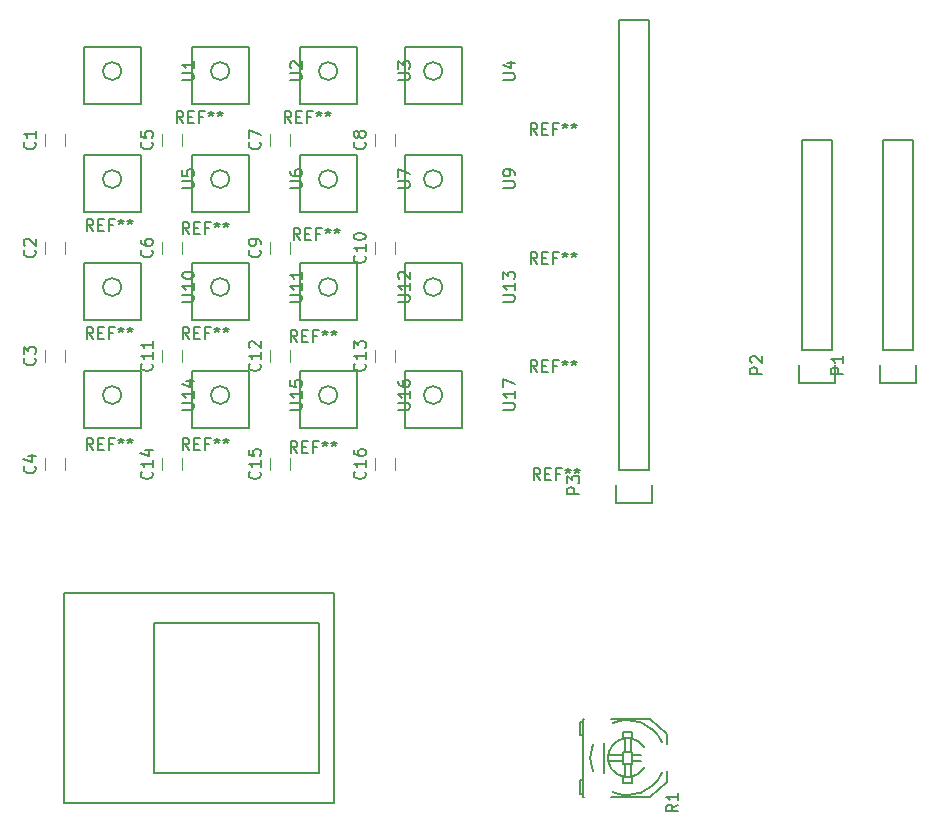
<source format=gbr>
G04 #@! TF.FileFunction,Legend,Top*
%FSLAX46Y46*%
G04 Gerber Fmt 4.6, Leading zero omitted, Abs format (unit mm)*
G04 Created by KiCad (PCBNEW 4.0.5-e0-6337~52~ubuntu16.10.1) date Thu Jan 26 22:16:01 2017*
%MOMM*%
%LPD*%
G01*
G04 APERTURE LIST*
%ADD10C,0.100000*%
%ADD11C,0.150000*%
%ADD12C,0.120000*%
G04 APERTURE END LIST*
D10*
D11*
X60960000Y-102108000D02*
X46990000Y-102108000D01*
X46990000Y-102108000D02*
X46990000Y-114808000D01*
X46990000Y-114808000D02*
X60960000Y-114808000D01*
X60960000Y-114808000D02*
X60960000Y-102108000D01*
X62230000Y-99568000D02*
X62230000Y-117348000D01*
X62230000Y-117348000D02*
X39370000Y-117348000D01*
X39370000Y-117348000D02*
X39370000Y-99568000D01*
X39370000Y-99568000D02*
X62230000Y-99568000D01*
X111252000Y-78994000D02*
X111252000Y-61214000D01*
X111252000Y-61214000D02*
X108712000Y-61214000D01*
X108712000Y-61214000D02*
X108712000Y-78994000D01*
X111532000Y-81814000D02*
X111532000Y-80264000D01*
X111252000Y-78994000D02*
X108712000Y-78994000D01*
X108432000Y-80264000D02*
X108432000Y-81814000D01*
X108432000Y-81814000D02*
X111532000Y-81814000D01*
X104394000Y-78994000D02*
X104394000Y-61214000D01*
X104394000Y-61214000D02*
X101854000Y-61214000D01*
X101854000Y-61214000D02*
X101854000Y-78994000D01*
X104674000Y-81814000D02*
X104674000Y-80264000D01*
X104394000Y-78994000D02*
X101854000Y-78994000D01*
X101574000Y-80264000D02*
X101574000Y-81814000D01*
X101574000Y-81814000D02*
X104674000Y-81814000D01*
X86360000Y-89154000D02*
X86360000Y-51054000D01*
X86360000Y-51054000D02*
X88900000Y-51054000D01*
X88900000Y-51054000D02*
X88900000Y-89154000D01*
X89180000Y-91974000D02*
X89180000Y-90424000D01*
X88900000Y-89154000D02*
X86360000Y-89154000D01*
X86080000Y-90424000D02*
X86080000Y-91974000D01*
X86080000Y-91974000D02*
X89180000Y-91974000D01*
X44196000Y-55372000D02*
G75*
G03X44196000Y-55372000I-762000J0D01*
G01*
X41021000Y-55753000D02*
X41021000Y-53340000D01*
X41021000Y-53340000D02*
X45847000Y-53340000D01*
X45847000Y-53340000D02*
X45847000Y-58166000D01*
X45847000Y-58166000D02*
X41021000Y-58166000D01*
X41021000Y-58166000D02*
X41021000Y-55753000D01*
X53340000Y-55372000D02*
G75*
G03X53340000Y-55372000I-762000J0D01*
G01*
X50165000Y-55753000D02*
X50165000Y-53340000D01*
X50165000Y-53340000D02*
X54991000Y-53340000D01*
X54991000Y-53340000D02*
X54991000Y-58166000D01*
X54991000Y-58166000D02*
X50165000Y-58166000D01*
X50165000Y-58166000D02*
X50165000Y-55753000D01*
X62484000Y-55372000D02*
G75*
G03X62484000Y-55372000I-762000J0D01*
G01*
X59309000Y-55753000D02*
X59309000Y-53340000D01*
X59309000Y-53340000D02*
X64135000Y-53340000D01*
X64135000Y-53340000D02*
X64135000Y-58166000D01*
X64135000Y-58166000D02*
X59309000Y-58166000D01*
X59309000Y-58166000D02*
X59309000Y-55753000D01*
X71374000Y-55372000D02*
G75*
G03X71374000Y-55372000I-762000J0D01*
G01*
X68199000Y-55753000D02*
X68199000Y-53340000D01*
X68199000Y-53340000D02*
X73025000Y-53340000D01*
X73025000Y-53340000D02*
X73025000Y-58166000D01*
X73025000Y-58166000D02*
X68199000Y-58166000D01*
X68199000Y-58166000D02*
X68199000Y-55753000D01*
X44196000Y-64516000D02*
G75*
G03X44196000Y-64516000I-762000J0D01*
G01*
X41021000Y-64897000D02*
X41021000Y-62484000D01*
X41021000Y-62484000D02*
X45847000Y-62484000D01*
X45847000Y-62484000D02*
X45847000Y-67310000D01*
X45847000Y-67310000D02*
X41021000Y-67310000D01*
X41021000Y-67310000D02*
X41021000Y-64897000D01*
X53340000Y-64516000D02*
G75*
G03X53340000Y-64516000I-762000J0D01*
G01*
X50165000Y-64897000D02*
X50165000Y-62484000D01*
X50165000Y-62484000D02*
X54991000Y-62484000D01*
X54991000Y-62484000D02*
X54991000Y-67310000D01*
X54991000Y-67310000D02*
X50165000Y-67310000D01*
X50165000Y-67310000D02*
X50165000Y-64897000D01*
X62484000Y-64516000D02*
G75*
G03X62484000Y-64516000I-762000J0D01*
G01*
X59309000Y-64897000D02*
X59309000Y-62484000D01*
X59309000Y-62484000D02*
X64135000Y-62484000D01*
X64135000Y-62484000D02*
X64135000Y-67310000D01*
X64135000Y-67310000D02*
X59309000Y-67310000D01*
X59309000Y-67310000D02*
X59309000Y-64897000D01*
X71374000Y-64516000D02*
G75*
G03X71374000Y-64516000I-762000J0D01*
G01*
X68199000Y-64897000D02*
X68199000Y-62484000D01*
X68199000Y-62484000D02*
X73025000Y-62484000D01*
X73025000Y-62484000D02*
X73025000Y-67310000D01*
X73025000Y-67310000D02*
X68199000Y-67310000D01*
X68199000Y-67310000D02*
X68199000Y-64897000D01*
X44196000Y-73660000D02*
G75*
G03X44196000Y-73660000I-762000J0D01*
G01*
X41021000Y-74041000D02*
X41021000Y-71628000D01*
X41021000Y-71628000D02*
X45847000Y-71628000D01*
X45847000Y-71628000D02*
X45847000Y-76454000D01*
X45847000Y-76454000D02*
X41021000Y-76454000D01*
X41021000Y-76454000D02*
X41021000Y-74041000D01*
X53340000Y-73660000D02*
G75*
G03X53340000Y-73660000I-762000J0D01*
G01*
X50165000Y-74041000D02*
X50165000Y-71628000D01*
X50165000Y-71628000D02*
X54991000Y-71628000D01*
X54991000Y-71628000D02*
X54991000Y-76454000D01*
X54991000Y-76454000D02*
X50165000Y-76454000D01*
X50165000Y-76454000D02*
X50165000Y-74041000D01*
X62484000Y-73660000D02*
G75*
G03X62484000Y-73660000I-762000J0D01*
G01*
X59309000Y-74041000D02*
X59309000Y-71628000D01*
X59309000Y-71628000D02*
X64135000Y-71628000D01*
X64135000Y-71628000D02*
X64135000Y-76454000D01*
X64135000Y-76454000D02*
X59309000Y-76454000D01*
X59309000Y-76454000D02*
X59309000Y-74041000D01*
X71374000Y-73660000D02*
G75*
G03X71374000Y-73660000I-762000J0D01*
G01*
X68199000Y-74041000D02*
X68199000Y-71628000D01*
X68199000Y-71628000D02*
X73025000Y-71628000D01*
X73025000Y-71628000D02*
X73025000Y-76454000D01*
X73025000Y-76454000D02*
X68199000Y-76454000D01*
X68199000Y-76454000D02*
X68199000Y-74041000D01*
X44196000Y-82804000D02*
G75*
G03X44196000Y-82804000I-762000J0D01*
G01*
X41021000Y-83185000D02*
X41021000Y-80772000D01*
X41021000Y-80772000D02*
X45847000Y-80772000D01*
X45847000Y-80772000D02*
X45847000Y-85598000D01*
X45847000Y-85598000D02*
X41021000Y-85598000D01*
X41021000Y-85598000D02*
X41021000Y-83185000D01*
X53340000Y-82804000D02*
G75*
G03X53340000Y-82804000I-762000J0D01*
G01*
X50165000Y-83185000D02*
X50165000Y-80772000D01*
X50165000Y-80772000D02*
X54991000Y-80772000D01*
X54991000Y-80772000D02*
X54991000Y-85598000D01*
X54991000Y-85598000D02*
X50165000Y-85598000D01*
X50165000Y-85598000D02*
X50165000Y-83185000D01*
X62484000Y-82804000D02*
G75*
G03X62484000Y-82804000I-762000J0D01*
G01*
X59309000Y-83185000D02*
X59309000Y-80772000D01*
X59309000Y-80772000D02*
X64135000Y-80772000D01*
X64135000Y-80772000D02*
X64135000Y-85598000D01*
X64135000Y-85598000D02*
X59309000Y-85598000D01*
X59309000Y-85598000D02*
X59309000Y-83185000D01*
X71374000Y-82804000D02*
G75*
G03X71374000Y-82804000I-762000J0D01*
G01*
X68199000Y-83185000D02*
X68199000Y-80772000D01*
X68199000Y-80772000D02*
X73025000Y-80772000D01*
X73025000Y-80772000D02*
X73025000Y-85598000D01*
X73025000Y-85598000D02*
X68199000Y-85598000D01*
X68199000Y-85598000D02*
X68199000Y-83185000D01*
D12*
X37758000Y-60714000D02*
X37758000Y-61714000D01*
X39458000Y-61714000D02*
X39458000Y-60714000D01*
X37758000Y-69858000D02*
X37758000Y-70858000D01*
X39458000Y-70858000D02*
X39458000Y-69858000D01*
X37758000Y-79002000D02*
X37758000Y-80002000D01*
X39458000Y-80002000D02*
X39458000Y-79002000D01*
X37758000Y-88146000D02*
X37758000Y-89146000D01*
X39458000Y-89146000D02*
X39458000Y-88146000D01*
X47664000Y-60714000D02*
X47664000Y-61714000D01*
X49364000Y-61714000D02*
X49364000Y-60714000D01*
X47664000Y-69858000D02*
X47664000Y-70858000D01*
X49364000Y-70858000D02*
X49364000Y-69858000D01*
X56808000Y-60714000D02*
X56808000Y-61714000D01*
X58508000Y-61714000D02*
X58508000Y-60714000D01*
X65698000Y-60714000D02*
X65698000Y-61714000D01*
X67398000Y-61714000D02*
X67398000Y-60714000D01*
X56808000Y-69858000D02*
X56808000Y-70858000D01*
X58508000Y-70858000D02*
X58508000Y-69858000D01*
X65698000Y-69858000D02*
X65698000Y-70858000D01*
X67398000Y-70858000D02*
X67398000Y-69858000D01*
X47664000Y-79002000D02*
X47664000Y-80002000D01*
X49364000Y-80002000D02*
X49364000Y-79002000D01*
X56808000Y-79002000D02*
X56808000Y-80002000D01*
X58508000Y-80002000D02*
X58508000Y-79002000D01*
X65698000Y-79002000D02*
X65698000Y-80002000D01*
X67398000Y-80002000D02*
X67398000Y-79002000D01*
X47664000Y-88146000D02*
X47664000Y-89146000D01*
X49364000Y-89146000D02*
X49364000Y-88146000D01*
X56808000Y-88146000D02*
X56808000Y-89146000D01*
X58508000Y-89146000D02*
X58508000Y-88146000D01*
X65698000Y-88146000D02*
X65698000Y-89146000D01*
X67398000Y-89146000D02*
X67398000Y-88146000D01*
D11*
X87462360Y-113243360D02*
X88224360Y-113243360D01*
X87462360Y-113751360D02*
X88224360Y-113751360D01*
X85430360Y-113243360D02*
G75*
G03X86827360Y-115148360I1651000J-254000D01*
G01*
X86954360Y-111846360D02*
G75*
G03X85430360Y-113624360I127000J-1651000D01*
G01*
X86192360Y-114894360D02*
G75*
G03X88478360Y-114386360I889000J1397000D01*
G01*
X88478360Y-112608360D02*
G75*
G03X86192360Y-112100360I-1397000J-889000D01*
G01*
X83271360Y-110195360D02*
X83398360Y-110195360D01*
X87081360Y-110195360D02*
X85684360Y-110195360D01*
X83271360Y-116799360D02*
X83398360Y-116799360D01*
X87081360Y-116799360D02*
X85684360Y-116799360D01*
X84160360Y-112354360D02*
X84033360Y-112735360D01*
X84033360Y-112735360D02*
X83906360Y-113497360D01*
X83906360Y-113497360D02*
X84033360Y-114259360D01*
X84033360Y-114259360D02*
X84160360Y-114640360D01*
X85049360Y-112227360D02*
X85049360Y-114767360D01*
X85811360Y-116418360D02*
G75*
G03X90002360Y-114767360I1270000J2921000D01*
G01*
X90002360Y-112227360D02*
G75*
G03X85811360Y-110576360I-2921000J-1270000D01*
G01*
X90383360Y-115529360D02*
X90383360Y-114640360D01*
X90383360Y-112354360D02*
X90383360Y-111465360D01*
X87462360Y-115148360D02*
X87462360Y-115656360D01*
X87462360Y-115656360D02*
X86700360Y-115656360D01*
X86700360Y-115656360D02*
X86700360Y-115148360D01*
X87462360Y-111846360D02*
X87462360Y-111338360D01*
X87462360Y-111338360D02*
X86700360Y-111338360D01*
X86700360Y-111338360D02*
X86700360Y-111846360D01*
X86827360Y-114005360D02*
X86827360Y-115148360D01*
X87335360Y-114005360D02*
X87335360Y-115148360D01*
X86827360Y-112989360D02*
X86827360Y-111846360D01*
X87335360Y-112989360D02*
X87335360Y-111846360D01*
X86700360Y-113751360D02*
X85430360Y-113751360D01*
X86700360Y-113243360D02*
X85430360Y-113243360D01*
X87462360Y-112989360D02*
X86700360Y-112989360D01*
X86700360Y-112989360D02*
X86700360Y-114005360D01*
X86700360Y-114005360D02*
X87462360Y-114005360D01*
X87462360Y-114005360D02*
X87462360Y-112989360D01*
X90383360Y-111465360D02*
X88986360Y-110195360D01*
X88986360Y-110195360D02*
X87081360Y-110195360D01*
X90383360Y-115529360D02*
X88986360Y-116799360D01*
X88986360Y-116799360D02*
X87081360Y-116799360D01*
X83271360Y-116545360D02*
X83017360Y-116545360D01*
X83017360Y-116545360D02*
X83017360Y-115402360D01*
X83017360Y-115402360D02*
X83271360Y-115402360D01*
X83271360Y-110449360D02*
X83017360Y-110449360D01*
X83017360Y-110449360D02*
X83017360Y-111592360D01*
X83017360Y-111592360D02*
X83271360Y-111592360D01*
X83271360Y-110195360D02*
X83271360Y-116799360D01*
X49466667Y-59761381D02*
X49133333Y-59285190D01*
X48895238Y-59761381D02*
X48895238Y-58761381D01*
X49276191Y-58761381D01*
X49371429Y-58809000D01*
X49419048Y-58856619D01*
X49466667Y-58951857D01*
X49466667Y-59094714D01*
X49419048Y-59189952D01*
X49371429Y-59237571D01*
X49276191Y-59285190D01*
X48895238Y-59285190D01*
X49895238Y-59237571D02*
X50228572Y-59237571D01*
X50371429Y-59761381D02*
X49895238Y-59761381D01*
X49895238Y-58761381D01*
X50371429Y-58761381D01*
X51133334Y-59237571D02*
X50800000Y-59237571D01*
X50800000Y-59761381D02*
X50800000Y-58761381D01*
X51276191Y-58761381D01*
X51800000Y-58761381D02*
X51800000Y-58999476D01*
X51561905Y-58904238D02*
X51800000Y-58999476D01*
X52038096Y-58904238D01*
X51657143Y-59189952D02*
X51800000Y-58999476D01*
X51942858Y-59189952D01*
X52561905Y-58761381D02*
X52561905Y-58999476D01*
X52323810Y-58904238D02*
X52561905Y-58999476D01*
X52800001Y-58904238D01*
X52419048Y-59189952D02*
X52561905Y-58999476D01*
X52704763Y-59189952D01*
X58610667Y-59761381D02*
X58277333Y-59285190D01*
X58039238Y-59761381D02*
X58039238Y-58761381D01*
X58420191Y-58761381D01*
X58515429Y-58809000D01*
X58563048Y-58856619D01*
X58610667Y-58951857D01*
X58610667Y-59094714D01*
X58563048Y-59189952D01*
X58515429Y-59237571D01*
X58420191Y-59285190D01*
X58039238Y-59285190D01*
X59039238Y-59237571D02*
X59372572Y-59237571D01*
X59515429Y-59761381D02*
X59039238Y-59761381D01*
X59039238Y-58761381D01*
X59515429Y-58761381D01*
X60277334Y-59237571D02*
X59944000Y-59237571D01*
X59944000Y-59761381D02*
X59944000Y-58761381D01*
X60420191Y-58761381D01*
X60944000Y-58761381D02*
X60944000Y-58999476D01*
X60705905Y-58904238D02*
X60944000Y-58999476D01*
X61182096Y-58904238D01*
X60801143Y-59189952D02*
X60944000Y-58999476D01*
X61086858Y-59189952D01*
X61705905Y-58761381D02*
X61705905Y-58999476D01*
X61467810Y-58904238D02*
X61705905Y-58999476D01*
X61944001Y-58904238D01*
X61563048Y-59189952D02*
X61705905Y-58999476D01*
X61848763Y-59189952D01*
X59118667Y-87701381D02*
X58785333Y-87225190D01*
X58547238Y-87701381D02*
X58547238Y-86701381D01*
X58928191Y-86701381D01*
X59023429Y-86749000D01*
X59071048Y-86796619D01*
X59118667Y-86891857D01*
X59118667Y-87034714D01*
X59071048Y-87129952D01*
X59023429Y-87177571D01*
X58928191Y-87225190D01*
X58547238Y-87225190D01*
X59547238Y-87177571D02*
X59880572Y-87177571D01*
X60023429Y-87701381D02*
X59547238Y-87701381D01*
X59547238Y-86701381D01*
X60023429Y-86701381D01*
X60785334Y-87177571D02*
X60452000Y-87177571D01*
X60452000Y-87701381D02*
X60452000Y-86701381D01*
X60928191Y-86701381D01*
X61452000Y-86701381D02*
X61452000Y-86939476D01*
X61213905Y-86844238D02*
X61452000Y-86939476D01*
X61690096Y-86844238D01*
X61309143Y-87129952D02*
X61452000Y-86939476D01*
X61594858Y-87129952D01*
X62213905Y-86701381D02*
X62213905Y-86939476D01*
X61975810Y-86844238D02*
X62213905Y-86939476D01*
X62452001Y-86844238D01*
X62071048Y-87129952D02*
X62213905Y-86939476D01*
X62356763Y-87129952D01*
X49974667Y-78049381D02*
X49641333Y-77573190D01*
X49403238Y-78049381D02*
X49403238Y-77049381D01*
X49784191Y-77049381D01*
X49879429Y-77097000D01*
X49927048Y-77144619D01*
X49974667Y-77239857D01*
X49974667Y-77382714D01*
X49927048Y-77477952D01*
X49879429Y-77525571D01*
X49784191Y-77573190D01*
X49403238Y-77573190D01*
X50403238Y-77525571D02*
X50736572Y-77525571D01*
X50879429Y-78049381D02*
X50403238Y-78049381D01*
X50403238Y-77049381D01*
X50879429Y-77049381D01*
X51641334Y-77525571D02*
X51308000Y-77525571D01*
X51308000Y-78049381D02*
X51308000Y-77049381D01*
X51784191Y-77049381D01*
X52308000Y-77049381D02*
X52308000Y-77287476D01*
X52069905Y-77192238D02*
X52308000Y-77287476D01*
X52546096Y-77192238D01*
X52165143Y-77477952D02*
X52308000Y-77287476D01*
X52450858Y-77477952D01*
X53069905Y-77049381D02*
X53069905Y-77287476D01*
X52831810Y-77192238D02*
X53069905Y-77287476D01*
X53308001Y-77192238D01*
X52927048Y-77477952D02*
X53069905Y-77287476D01*
X53212763Y-77477952D01*
X59118667Y-78303381D02*
X58785333Y-77827190D01*
X58547238Y-78303381D02*
X58547238Y-77303381D01*
X58928191Y-77303381D01*
X59023429Y-77351000D01*
X59071048Y-77398619D01*
X59118667Y-77493857D01*
X59118667Y-77636714D01*
X59071048Y-77731952D01*
X59023429Y-77779571D01*
X58928191Y-77827190D01*
X58547238Y-77827190D01*
X59547238Y-77779571D02*
X59880572Y-77779571D01*
X60023429Y-78303381D02*
X59547238Y-78303381D01*
X59547238Y-77303381D01*
X60023429Y-77303381D01*
X60785334Y-77779571D02*
X60452000Y-77779571D01*
X60452000Y-78303381D02*
X60452000Y-77303381D01*
X60928191Y-77303381D01*
X61452000Y-77303381D02*
X61452000Y-77541476D01*
X61213905Y-77446238D02*
X61452000Y-77541476D01*
X61690096Y-77446238D01*
X61309143Y-77731952D02*
X61452000Y-77541476D01*
X61594858Y-77731952D01*
X62213905Y-77303381D02*
X62213905Y-77541476D01*
X61975810Y-77446238D02*
X62213905Y-77541476D01*
X62452001Y-77446238D01*
X62071048Y-77731952D02*
X62213905Y-77541476D01*
X62356763Y-77731952D01*
X59372667Y-69667381D02*
X59039333Y-69191190D01*
X58801238Y-69667381D02*
X58801238Y-68667381D01*
X59182191Y-68667381D01*
X59277429Y-68715000D01*
X59325048Y-68762619D01*
X59372667Y-68857857D01*
X59372667Y-69000714D01*
X59325048Y-69095952D01*
X59277429Y-69143571D01*
X59182191Y-69191190D01*
X58801238Y-69191190D01*
X59801238Y-69143571D02*
X60134572Y-69143571D01*
X60277429Y-69667381D02*
X59801238Y-69667381D01*
X59801238Y-68667381D01*
X60277429Y-68667381D01*
X61039334Y-69143571D02*
X60706000Y-69143571D01*
X60706000Y-69667381D02*
X60706000Y-68667381D01*
X61182191Y-68667381D01*
X61706000Y-68667381D02*
X61706000Y-68905476D01*
X61467905Y-68810238D02*
X61706000Y-68905476D01*
X61944096Y-68810238D01*
X61563143Y-69095952D02*
X61706000Y-68905476D01*
X61848858Y-69095952D01*
X62467905Y-68667381D02*
X62467905Y-68905476D01*
X62229810Y-68810238D02*
X62467905Y-68905476D01*
X62706001Y-68810238D01*
X62325048Y-69095952D02*
X62467905Y-68905476D01*
X62610763Y-69095952D01*
X105334381Y-81002095D02*
X104334381Y-81002095D01*
X104334381Y-80621142D01*
X104382000Y-80525904D01*
X104429619Y-80478285D01*
X104524857Y-80430666D01*
X104667714Y-80430666D01*
X104762952Y-80478285D01*
X104810571Y-80525904D01*
X104858190Y-80621142D01*
X104858190Y-81002095D01*
X105334381Y-79478285D02*
X105334381Y-80049714D01*
X105334381Y-79764000D02*
X104334381Y-79764000D01*
X104477238Y-79859238D01*
X104572476Y-79954476D01*
X104620095Y-80049714D01*
X98476381Y-81002095D02*
X97476381Y-81002095D01*
X97476381Y-80621142D01*
X97524000Y-80525904D01*
X97571619Y-80478285D01*
X97666857Y-80430666D01*
X97809714Y-80430666D01*
X97904952Y-80478285D01*
X97952571Y-80525904D01*
X98000190Y-80621142D01*
X98000190Y-81002095D01*
X97571619Y-80049714D02*
X97524000Y-80002095D01*
X97476381Y-79906857D01*
X97476381Y-79668761D01*
X97524000Y-79573523D01*
X97571619Y-79525904D01*
X97666857Y-79478285D01*
X97762095Y-79478285D01*
X97904952Y-79525904D01*
X98476381Y-80097333D01*
X98476381Y-79478285D01*
X82982381Y-91162095D02*
X81982381Y-91162095D01*
X81982381Y-90781142D01*
X82030000Y-90685904D01*
X82077619Y-90638285D01*
X82172857Y-90590666D01*
X82315714Y-90590666D01*
X82410952Y-90638285D01*
X82458571Y-90685904D01*
X82506190Y-90781142D01*
X82506190Y-91162095D01*
X81982381Y-90257333D02*
X81982381Y-89638285D01*
X82363333Y-89971619D01*
X82363333Y-89828761D01*
X82410952Y-89733523D01*
X82458571Y-89685904D01*
X82553810Y-89638285D01*
X82791905Y-89638285D01*
X82887143Y-89685904D01*
X82934762Y-89733523D01*
X82982381Y-89828761D01*
X82982381Y-90114476D01*
X82934762Y-90209714D01*
X82887143Y-90257333D01*
X49363381Y-56133905D02*
X50172905Y-56133905D01*
X50268143Y-56086286D01*
X50315762Y-56038667D01*
X50363381Y-55943429D01*
X50363381Y-55752952D01*
X50315762Y-55657714D01*
X50268143Y-55610095D01*
X50172905Y-55562476D01*
X49363381Y-55562476D01*
X50363381Y-54562476D02*
X50363381Y-55133905D01*
X50363381Y-54848191D02*
X49363381Y-54848191D01*
X49506238Y-54943429D01*
X49601476Y-55038667D01*
X49649095Y-55133905D01*
X58507381Y-56133905D02*
X59316905Y-56133905D01*
X59412143Y-56086286D01*
X59459762Y-56038667D01*
X59507381Y-55943429D01*
X59507381Y-55752952D01*
X59459762Y-55657714D01*
X59412143Y-55610095D01*
X59316905Y-55562476D01*
X58507381Y-55562476D01*
X58602619Y-55133905D02*
X58555000Y-55086286D01*
X58507381Y-54991048D01*
X58507381Y-54752952D01*
X58555000Y-54657714D01*
X58602619Y-54610095D01*
X58697857Y-54562476D01*
X58793095Y-54562476D01*
X58935952Y-54610095D01*
X59507381Y-55181524D01*
X59507381Y-54562476D01*
X67651381Y-56133905D02*
X68460905Y-56133905D01*
X68556143Y-56086286D01*
X68603762Y-56038667D01*
X68651381Y-55943429D01*
X68651381Y-55752952D01*
X68603762Y-55657714D01*
X68556143Y-55610095D01*
X68460905Y-55562476D01*
X67651381Y-55562476D01*
X67651381Y-55181524D02*
X67651381Y-54562476D01*
X68032333Y-54895810D01*
X68032333Y-54752952D01*
X68079952Y-54657714D01*
X68127571Y-54610095D01*
X68222810Y-54562476D01*
X68460905Y-54562476D01*
X68556143Y-54610095D01*
X68603762Y-54657714D01*
X68651381Y-54752952D01*
X68651381Y-55038667D01*
X68603762Y-55133905D01*
X68556143Y-55181524D01*
X76541381Y-56133905D02*
X77350905Y-56133905D01*
X77446143Y-56086286D01*
X77493762Y-56038667D01*
X77541381Y-55943429D01*
X77541381Y-55752952D01*
X77493762Y-55657714D01*
X77446143Y-55610095D01*
X77350905Y-55562476D01*
X76541381Y-55562476D01*
X76874714Y-54657714D02*
X77541381Y-54657714D01*
X76493762Y-54895810D02*
X77208048Y-55133905D01*
X77208048Y-54514857D01*
X49363381Y-65277905D02*
X50172905Y-65277905D01*
X50268143Y-65230286D01*
X50315762Y-65182667D01*
X50363381Y-65087429D01*
X50363381Y-64896952D01*
X50315762Y-64801714D01*
X50268143Y-64754095D01*
X50172905Y-64706476D01*
X49363381Y-64706476D01*
X49363381Y-63754095D02*
X49363381Y-64230286D01*
X49839571Y-64277905D01*
X49791952Y-64230286D01*
X49744333Y-64135048D01*
X49744333Y-63896952D01*
X49791952Y-63801714D01*
X49839571Y-63754095D01*
X49934810Y-63706476D01*
X50172905Y-63706476D01*
X50268143Y-63754095D01*
X50315762Y-63801714D01*
X50363381Y-63896952D01*
X50363381Y-64135048D01*
X50315762Y-64230286D01*
X50268143Y-64277905D01*
X58507381Y-65277905D02*
X59316905Y-65277905D01*
X59412143Y-65230286D01*
X59459762Y-65182667D01*
X59507381Y-65087429D01*
X59507381Y-64896952D01*
X59459762Y-64801714D01*
X59412143Y-64754095D01*
X59316905Y-64706476D01*
X58507381Y-64706476D01*
X58507381Y-63801714D02*
X58507381Y-63992191D01*
X58555000Y-64087429D01*
X58602619Y-64135048D01*
X58745476Y-64230286D01*
X58935952Y-64277905D01*
X59316905Y-64277905D01*
X59412143Y-64230286D01*
X59459762Y-64182667D01*
X59507381Y-64087429D01*
X59507381Y-63896952D01*
X59459762Y-63801714D01*
X59412143Y-63754095D01*
X59316905Y-63706476D01*
X59078810Y-63706476D01*
X58983571Y-63754095D01*
X58935952Y-63801714D01*
X58888333Y-63896952D01*
X58888333Y-64087429D01*
X58935952Y-64182667D01*
X58983571Y-64230286D01*
X59078810Y-64277905D01*
X67651381Y-65277905D02*
X68460905Y-65277905D01*
X68556143Y-65230286D01*
X68603762Y-65182667D01*
X68651381Y-65087429D01*
X68651381Y-64896952D01*
X68603762Y-64801714D01*
X68556143Y-64754095D01*
X68460905Y-64706476D01*
X67651381Y-64706476D01*
X67651381Y-64325524D02*
X67651381Y-63658857D01*
X68651381Y-64087429D01*
X76541381Y-65277905D02*
X77350905Y-65277905D01*
X77446143Y-65230286D01*
X77493762Y-65182667D01*
X77541381Y-65087429D01*
X77541381Y-64896952D01*
X77493762Y-64801714D01*
X77446143Y-64754095D01*
X77350905Y-64706476D01*
X76541381Y-64706476D01*
X77541381Y-64182667D02*
X77541381Y-63992191D01*
X77493762Y-63896952D01*
X77446143Y-63849333D01*
X77303286Y-63754095D01*
X77112810Y-63706476D01*
X76731857Y-63706476D01*
X76636619Y-63754095D01*
X76589000Y-63801714D01*
X76541381Y-63896952D01*
X76541381Y-64087429D01*
X76589000Y-64182667D01*
X76636619Y-64230286D01*
X76731857Y-64277905D01*
X76969952Y-64277905D01*
X77065190Y-64230286D01*
X77112810Y-64182667D01*
X77160429Y-64087429D01*
X77160429Y-63896952D01*
X77112810Y-63801714D01*
X77065190Y-63754095D01*
X76969952Y-63706476D01*
X49363381Y-74898095D02*
X50172905Y-74898095D01*
X50268143Y-74850476D01*
X50315762Y-74802857D01*
X50363381Y-74707619D01*
X50363381Y-74517142D01*
X50315762Y-74421904D01*
X50268143Y-74374285D01*
X50172905Y-74326666D01*
X49363381Y-74326666D01*
X50363381Y-73326666D02*
X50363381Y-73898095D01*
X50363381Y-73612381D02*
X49363381Y-73612381D01*
X49506238Y-73707619D01*
X49601476Y-73802857D01*
X49649095Y-73898095D01*
X49363381Y-72707619D02*
X49363381Y-72612380D01*
X49411000Y-72517142D01*
X49458619Y-72469523D01*
X49553857Y-72421904D01*
X49744333Y-72374285D01*
X49982429Y-72374285D01*
X50172905Y-72421904D01*
X50268143Y-72469523D01*
X50315762Y-72517142D01*
X50363381Y-72612380D01*
X50363381Y-72707619D01*
X50315762Y-72802857D01*
X50268143Y-72850476D01*
X50172905Y-72898095D01*
X49982429Y-72945714D01*
X49744333Y-72945714D01*
X49553857Y-72898095D01*
X49458619Y-72850476D01*
X49411000Y-72802857D01*
X49363381Y-72707619D01*
X58507381Y-74898095D02*
X59316905Y-74898095D01*
X59412143Y-74850476D01*
X59459762Y-74802857D01*
X59507381Y-74707619D01*
X59507381Y-74517142D01*
X59459762Y-74421904D01*
X59412143Y-74374285D01*
X59316905Y-74326666D01*
X58507381Y-74326666D01*
X59507381Y-73326666D02*
X59507381Y-73898095D01*
X59507381Y-73612381D02*
X58507381Y-73612381D01*
X58650238Y-73707619D01*
X58745476Y-73802857D01*
X58793095Y-73898095D01*
X59507381Y-72374285D02*
X59507381Y-72945714D01*
X59507381Y-72660000D02*
X58507381Y-72660000D01*
X58650238Y-72755238D01*
X58745476Y-72850476D01*
X58793095Y-72945714D01*
X67651381Y-74898095D02*
X68460905Y-74898095D01*
X68556143Y-74850476D01*
X68603762Y-74802857D01*
X68651381Y-74707619D01*
X68651381Y-74517142D01*
X68603762Y-74421904D01*
X68556143Y-74374285D01*
X68460905Y-74326666D01*
X67651381Y-74326666D01*
X68651381Y-73326666D02*
X68651381Y-73898095D01*
X68651381Y-73612381D02*
X67651381Y-73612381D01*
X67794238Y-73707619D01*
X67889476Y-73802857D01*
X67937095Y-73898095D01*
X67746619Y-72945714D02*
X67699000Y-72898095D01*
X67651381Y-72802857D01*
X67651381Y-72564761D01*
X67699000Y-72469523D01*
X67746619Y-72421904D01*
X67841857Y-72374285D01*
X67937095Y-72374285D01*
X68079952Y-72421904D01*
X68651381Y-72993333D01*
X68651381Y-72374285D01*
X76541381Y-74898095D02*
X77350905Y-74898095D01*
X77446143Y-74850476D01*
X77493762Y-74802857D01*
X77541381Y-74707619D01*
X77541381Y-74517142D01*
X77493762Y-74421904D01*
X77446143Y-74374285D01*
X77350905Y-74326666D01*
X76541381Y-74326666D01*
X77541381Y-73326666D02*
X77541381Y-73898095D01*
X77541381Y-73612381D02*
X76541381Y-73612381D01*
X76684238Y-73707619D01*
X76779476Y-73802857D01*
X76827095Y-73898095D01*
X76541381Y-72993333D02*
X76541381Y-72374285D01*
X76922333Y-72707619D01*
X76922333Y-72564761D01*
X76969952Y-72469523D01*
X77017571Y-72421904D01*
X77112810Y-72374285D01*
X77350905Y-72374285D01*
X77446143Y-72421904D01*
X77493762Y-72469523D01*
X77541381Y-72564761D01*
X77541381Y-72850476D01*
X77493762Y-72945714D01*
X77446143Y-72993333D01*
X49363381Y-84042095D02*
X50172905Y-84042095D01*
X50268143Y-83994476D01*
X50315762Y-83946857D01*
X50363381Y-83851619D01*
X50363381Y-83661142D01*
X50315762Y-83565904D01*
X50268143Y-83518285D01*
X50172905Y-83470666D01*
X49363381Y-83470666D01*
X50363381Y-82470666D02*
X50363381Y-83042095D01*
X50363381Y-82756381D02*
X49363381Y-82756381D01*
X49506238Y-82851619D01*
X49601476Y-82946857D01*
X49649095Y-83042095D01*
X49696714Y-81613523D02*
X50363381Y-81613523D01*
X49315762Y-81851619D02*
X50030048Y-82089714D01*
X50030048Y-81470666D01*
X58507381Y-84042095D02*
X59316905Y-84042095D01*
X59412143Y-83994476D01*
X59459762Y-83946857D01*
X59507381Y-83851619D01*
X59507381Y-83661142D01*
X59459762Y-83565904D01*
X59412143Y-83518285D01*
X59316905Y-83470666D01*
X58507381Y-83470666D01*
X59507381Y-82470666D02*
X59507381Y-83042095D01*
X59507381Y-82756381D02*
X58507381Y-82756381D01*
X58650238Y-82851619D01*
X58745476Y-82946857D01*
X58793095Y-83042095D01*
X58507381Y-81565904D02*
X58507381Y-82042095D01*
X58983571Y-82089714D01*
X58935952Y-82042095D01*
X58888333Y-81946857D01*
X58888333Y-81708761D01*
X58935952Y-81613523D01*
X58983571Y-81565904D01*
X59078810Y-81518285D01*
X59316905Y-81518285D01*
X59412143Y-81565904D01*
X59459762Y-81613523D01*
X59507381Y-81708761D01*
X59507381Y-81946857D01*
X59459762Y-82042095D01*
X59412143Y-82089714D01*
X67651381Y-84042095D02*
X68460905Y-84042095D01*
X68556143Y-83994476D01*
X68603762Y-83946857D01*
X68651381Y-83851619D01*
X68651381Y-83661142D01*
X68603762Y-83565904D01*
X68556143Y-83518285D01*
X68460905Y-83470666D01*
X67651381Y-83470666D01*
X68651381Y-82470666D02*
X68651381Y-83042095D01*
X68651381Y-82756381D02*
X67651381Y-82756381D01*
X67794238Y-82851619D01*
X67889476Y-82946857D01*
X67937095Y-83042095D01*
X67651381Y-81613523D02*
X67651381Y-81804000D01*
X67699000Y-81899238D01*
X67746619Y-81946857D01*
X67889476Y-82042095D01*
X68079952Y-82089714D01*
X68460905Y-82089714D01*
X68556143Y-82042095D01*
X68603762Y-81994476D01*
X68651381Y-81899238D01*
X68651381Y-81708761D01*
X68603762Y-81613523D01*
X68556143Y-81565904D01*
X68460905Y-81518285D01*
X68222810Y-81518285D01*
X68127571Y-81565904D01*
X68079952Y-81613523D01*
X68032333Y-81708761D01*
X68032333Y-81899238D01*
X68079952Y-81994476D01*
X68127571Y-82042095D01*
X68222810Y-82089714D01*
X76541381Y-84042095D02*
X77350905Y-84042095D01*
X77446143Y-83994476D01*
X77493762Y-83946857D01*
X77541381Y-83851619D01*
X77541381Y-83661142D01*
X77493762Y-83565904D01*
X77446143Y-83518285D01*
X77350905Y-83470666D01*
X76541381Y-83470666D01*
X77541381Y-82470666D02*
X77541381Y-83042095D01*
X77541381Y-82756381D02*
X76541381Y-82756381D01*
X76684238Y-82851619D01*
X76779476Y-82946857D01*
X76827095Y-83042095D01*
X76541381Y-82137333D02*
X76541381Y-81470666D01*
X77541381Y-81899238D01*
X36865143Y-61380666D02*
X36912762Y-61428285D01*
X36960381Y-61571142D01*
X36960381Y-61666380D01*
X36912762Y-61809238D01*
X36817524Y-61904476D01*
X36722286Y-61952095D01*
X36531810Y-61999714D01*
X36388952Y-61999714D01*
X36198476Y-61952095D01*
X36103238Y-61904476D01*
X36008000Y-61809238D01*
X35960381Y-61666380D01*
X35960381Y-61571142D01*
X36008000Y-61428285D01*
X36055619Y-61380666D01*
X36960381Y-60428285D02*
X36960381Y-60999714D01*
X36960381Y-60714000D02*
X35960381Y-60714000D01*
X36103238Y-60809238D01*
X36198476Y-60904476D01*
X36246095Y-60999714D01*
X36865143Y-70524666D02*
X36912762Y-70572285D01*
X36960381Y-70715142D01*
X36960381Y-70810380D01*
X36912762Y-70953238D01*
X36817524Y-71048476D01*
X36722286Y-71096095D01*
X36531810Y-71143714D01*
X36388952Y-71143714D01*
X36198476Y-71096095D01*
X36103238Y-71048476D01*
X36008000Y-70953238D01*
X35960381Y-70810380D01*
X35960381Y-70715142D01*
X36008000Y-70572285D01*
X36055619Y-70524666D01*
X36055619Y-70143714D02*
X36008000Y-70096095D01*
X35960381Y-70000857D01*
X35960381Y-69762761D01*
X36008000Y-69667523D01*
X36055619Y-69619904D01*
X36150857Y-69572285D01*
X36246095Y-69572285D01*
X36388952Y-69619904D01*
X36960381Y-70191333D01*
X36960381Y-69572285D01*
X36865143Y-79668666D02*
X36912762Y-79716285D01*
X36960381Y-79859142D01*
X36960381Y-79954380D01*
X36912762Y-80097238D01*
X36817524Y-80192476D01*
X36722286Y-80240095D01*
X36531810Y-80287714D01*
X36388952Y-80287714D01*
X36198476Y-80240095D01*
X36103238Y-80192476D01*
X36008000Y-80097238D01*
X35960381Y-79954380D01*
X35960381Y-79859142D01*
X36008000Y-79716285D01*
X36055619Y-79668666D01*
X35960381Y-79335333D02*
X35960381Y-78716285D01*
X36341333Y-79049619D01*
X36341333Y-78906761D01*
X36388952Y-78811523D01*
X36436571Y-78763904D01*
X36531810Y-78716285D01*
X36769905Y-78716285D01*
X36865143Y-78763904D01*
X36912762Y-78811523D01*
X36960381Y-78906761D01*
X36960381Y-79192476D01*
X36912762Y-79287714D01*
X36865143Y-79335333D01*
X36865143Y-88812666D02*
X36912762Y-88860285D01*
X36960381Y-89003142D01*
X36960381Y-89098380D01*
X36912762Y-89241238D01*
X36817524Y-89336476D01*
X36722286Y-89384095D01*
X36531810Y-89431714D01*
X36388952Y-89431714D01*
X36198476Y-89384095D01*
X36103238Y-89336476D01*
X36008000Y-89241238D01*
X35960381Y-89098380D01*
X35960381Y-89003142D01*
X36008000Y-88860285D01*
X36055619Y-88812666D01*
X36293714Y-87955523D02*
X36960381Y-87955523D01*
X35912762Y-88193619D02*
X36627048Y-88431714D01*
X36627048Y-87812666D01*
X46771143Y-61380666D02*
X46818762Y-61428285D01*
X46866381Y-61571142D01*
X46866381Y-61666380D01*
X46818762Y-61809238D01*
X46723524Y-61904476D01*
X46628286Y-61952095D01*
X46437810Y-61999714D01*
X46294952Y-61999714D01*
X46104476Y-61952095D01*
X46009238Y-61904476D01*
X45914000Y-61809238D01*
X45866381Y-61666380D01*
X45866381Y-61571142D01*
X45914000Y-61428285D01*
X45961619Y-61380666D01*
X45866381Y-60475904D02*
X45866381Y-60952095D01*
X46342571Y-60999714D01*
X46294952Y-60952095D01*
X46247333Y-60856857D01*
X46247333Y-60618761D01*
X46294952Y-60523523D01*
X46342571Y-60475904D01*
X46437810Y-60428285D01*
X46675905Y-60428285D01*
X46771143Y-60475904D01*
X46818762Y-60523523D01*
X46866381Y-60618761D01*
X46866381Y-60856857D01*
X46818762Y-60952095D01*
X46771143Y-60999714D01*
X46771143Y-70524666D02*
X46818762Y-70572285D01*
X46866381Y-70715142D01*
X46866381Y-70810380D01*
X46818762Y-70953238D01*
X46723524Y-71048476D01*
X46628286Y-71096095D01*
X46437810Y-71143714D01*
X46294952Y-71143714D01*
X46104476Y-71096095D01*
X46009238Y-71048476D01*
X45914000Y-70953238D01*
X45866381Y-70810380D01*
X45866381Y-70715142D01*
X45914000Y-70572285D01*
X45961619Y-70524666D01*
X45866381Y-69667523D02*
X45866381Y-69858000D01*
X45914000Y-69953238D01*
X45961619Y-70000857D01*
X46104476Y-70096095D01*
X46294952Y-70143714D01*
X46675905Y-70143714D01*
X46771143Y-70096095D01*
X46818762Y-70048476D01*
X46866381Y-69953238D01*
X46866381Y-69762761D01*
X46818762Y-69667523D01*
X46771143Y-69619904D01*
X46675905Y-69572285D01*
X46437810Y-69572285D01*
X46342571Y-69619904D01*
X46294952Y-69667523D01*
X46247333Y-69762761D01*
X46247333Y-69953238D01*
X46294952Y-70048476D01*
X46342571Y-70096095D01*
X46437810Y-70143714D01*
X55915143Y-61380666D02*
X55962762Y-61428285D01*
X56010381Y-61571142D01*
X56010381Y-61666380D01*
X55962762Y-61809238D01*
X55867524Y-61904476D01*
X55772286Y-61952095D01*
X55581810Y-61999714D01*
X55438952Y-61999714D01*
X55248476Y-61952095D01*
X55153238Y-61904476D01*
X55058000Y-61809238D01*
X55010381Y-61666380D01*
X55010381Y-61571142D01*
X55058000Y-61428285D01*
X55105619Y-61380666D01*
X55010381Y-61047333D02*
X55010381Y-60380666D01*
X56010381Y-60809238D01*
X64805143Y-61380666D02*
X64852762Y-61428285D01*
X64900381Y-61571142D01*
X64900381Y-61666380D01*
X64852762Y-61809238D01*
X64757524Y-61904476D01*
X64662286Y-61952095D01*
X64471810Y-61999714D01*
X64328952Y-61999714D01*
X64138476Y-61952095D01*
X64043238Y-61904476D01*
X63948000Y-61809238D01*
X63900381Y-61666380D01*
X63900381Y-61571142D01*
X63948000Y-61428285D01*
X63995619Y-61380666D01*
X64328952Y-60809238D02*
X64281333Y-60904476D01*
X64233714Y-60952095D01*
X64138476Y-60999714D01*
X64090857Y-60999714D01*
X63995619Y-60952095D01*
X63948000Y-60904476D01*
X63900381Y-60809238D01*
X63900381Y-60618761D01*
X63948000Y-60523523D01*
X63995619Y-60475904D01*
X64090857Y-60428285D01*
X64138476Y-60428285D01*
X64233714Y-60475904D01*
X64281333Y-60523523D01*
X64328952Y-60618761D01*
X64328952Y-60809238D01*
X64376571Y-60904476D01*
X64424190Y-60952095D01*
X64519429Y-60999714D01*
X64709905Y-60999714D01*
X64805143Y-60952095D01*
X64852762Y-60904476D01*
X64900381Y-60809238D01*
X64900381Y-60618761D01*
X64852762Y-60523523D01*
X64805143Y-60475904D01*
X64709905Y-60428285D01*
X64519429Y-60428285D01*
X64424190Y-60475904D01*
X64376571Y-60523523D01*
X64328952Y-60618761D01*
X55915143Y-70524666D02*
X55962762Y-70572285D01*
X56010381Y-70715142D01*
X56010381Y-70810380D01*
X55962762Y-70953238D01*
X55867524Y-71048476D01*
X55772286Y-71096095D01*
X55581810Y-71143714D01*
X55438952Y-71143714D01*
X55248476Y-71096095D01*
X55153238Y-71048476D01*
X55058000Y-70953238D01*
X55010381Y-70810380D01*
X55010381Y-70715142D01*
X55058000Y-70572285D01*
X55105619Y-70524666D01*
X56010381Y-70048476D02*
X56010381Y-69858000D01*
X55962762Y-69762761D01*
X55915143Y-69715142D01*
X55772286Y-69619904D01*
X55581810Y-69572285D01*
X55200857Y-69572285D01*
X55105619Y-69619904D01*
X55058000Y-69667523D01*
X55010381Y-69762761D01*
X55010381Y-69953238D01*
X55058000Y-70048476D01*
X55105619Y-70096095D01*
X55200857Y-70143714D01*
X55438952Y-70143714D01*
X55534190Y-70096095D01*
X55581810Y-70048476D01*
X55629429Y-69953238D01*
X55629429Y-69762761D01*
X55581810Y-69667523D01*
X55534190Y-69619904D01*
X55438952Y-69572285D01*
X64805143Y-71000857D02*
X64852762Y-71048476D01*
X64900381Y-71191333D01*
X64900381Y-71286571D01*
X64852762Y-71429429D01*
X64757524Y-71524667D01*
X64662286Y-71572286D01*
X64471810Y-71619905D01*
X64328952Y-71619905D01*
X64138476Y-71572286D01*
X64043238Y-71524667D01*
X63948000Y-71429429D01*
X63900381Y-71286571D01*
X63900381Y-71191333D01*
X63948000Y-71048476D01*
X63995619Y-71000857D01*
X64900381Y-70048476D02*
X64900381Y-70619905D01*
X64900381Y-70334191D02*
X63900381Y-70334191D01*
X64043238Y-70429429D01*
X64138476Y-70524667D01*
X64186095Y-70619905D01*
X63900381Y-69429429D02*
X63900381Y-69334190D01*
X63948000Y-69238952D01*
X63995619Y-69191333D01*
X64090857Y-69143714D01*
X64281333Y-69096095D01*
X64519429Y-69096095D01*
X64709905Y-69143714D01*
X64805143Y-69191333D01*
X64852762Y-69238952D01*
X64900381Y-69334190D01*
X64900381Y-69429429D01*
X64852762Y-69524667D01*
X64805143Y-69572286D01*
X64709905Y-69619905D01*
X64519429Y-69667524D01*
X64281333Y-69667524D01*
X64090857Y-69619905D01*
X63995619Y-69572286D01*
X63948000Y-69524667D01*
X63900381Y-69429429D01*
X46771143Y-80144857D02*
X46818762Y-80192476D01*
X46866381Y-80335333D01*
X46866381Y-80430571D01*
X46818762Y-80573429D01*
X46723524Y-80668667D01*
X46628286Y-80716286D01*
X46437810Y-80763905D01*
X46294952Y-80763905D01*
X46104476Y-80716286D01*
X46009238Y-80668667D01*
X45914000Y-80573429D01*
X45866381Y-80430571D01*
X45866381Y-80335333D01*
X45914000Y-80192476D01*
X45961619Y-80144857D01*
X46866381Y-79192476D02*
X46866381Y-79763905D01*
X46866381Y-79478191D02*
X45866381Y-79478191D01*
X46009238Y-79573429D01*
X46104476Y-79668667D01*
X46152095Y-79763905D01*
X46866381Y-78240095D02*
X46866381Y-78811524D01*
X46866381Y-78525810D02*
X45866381Y-78525810D01*
X46009238Y-78621048D01*
X46104476Y-78716286D01*
X46152095Y-78811524D01*
X55915143Y-80144857D02*
X55962762Y-80192476D01*
X56010381Y-80335333D01*
X56010381Y-80430571D01*
X55962762Y-80573429D01*
X55867524Y-80668667D01*
X55772286Y-80716286D01*
X55581810Y-80763905D01*
X55438952Y-80763905D01*
X55248476Y-80716286D01*
X55153238Y-80668667D01*
X55058000Y-80573429D01*
X55010381Y-80430571D01*
X55010381Y-80335333D01*
X55058000Y-80192476D01*
X55105619Y-80144857D01*
X56010381Y-79192476D02*
X56010381Y-79763905D01*
X56010381Y-79478191D02*
X55010381Y-79478191D01*
X55153238Y-79573429D01*
X55248476Y-79668667D01*
X55296095Y-79763905D01*
X55105619Y-78811524D02*
X55058000Y-78763905D01*
X55010381Y-78668667D01*
X55010381Y-78430571D01*
X55058000Y-78335333D01*
X55105619Y-78287714D01*
X55200857Y-78240095D01*
X55296095Y-78240095D01*
X55438952Y-78287714D01*
X56010381Y-78859143D01*
X56010381Y-78240095D01*
X64805143Y-80144857D02*
X64852762Y-80192476D01*
X64900381Y-80335333D01*
X64900381Y-80430571D01*
X64852762Y-80573429D01*
X64757524Y-80668667D01*
X64662286Y-80716286D01*
X64471810Y-80763905D01*
X64328952Y-80763905D01*
X64138476Y-80716286D01*
X64043238Y-80668667D01*
X63948000Y-80573429D01*
X63900381Y-80430571D01*
X63900381Y-80335333D01*
X63948000Y-80192476D01*
X63995619Y-80144857D01*
X64900381Y-79192476D02*
X64900381Y-79763905D01*
X64900381Y-79478191D02*
X63900381Y-79478191D01*
X64043238Y-79573429D01*
X64138476Y-79668667D01*
X64186095Y-79763905D01*
X63900381Y-78859143D02*
X63900381Y-78240095D01*
X64281333Y-78573429D01*
X64281333Y-78430571D01*
X64328952Y-78335333D01*
X64376571Y-78287714D01*
X64471810Y-78240095D01*
X64709905Y-78240095D01*
X64805143Y-78287714D01*
X64852762Y-78335333D01*
X64900381Y-78430571D01*
X64900381Y-78716286D01*
X64852762Y-78811524D01*
X64805143Y-78859143D01*
X46771143Y-89288857D02*
X46818762Y-89336476D01*
X46866381Y-89479333D01*
X46866381Y-89574571D01*
X46818762Y-89717429D01*
X46723524Y-89812667D01*
X46628286Y-89860286D01*
X46437810Y-89907905D01*
X46294952Y-89907905D01*
X46104476Y-89860286D01*
X46009238Y-89812667D01*
X45914000Y-89717429D01*
X45866381Y-89574571D01*
X45866381Y-89479333D01*
X45914000Y-89336476D01*
X45961619Y-89288857D01*
X46866381Y-88336476D02*
X46866381Y-88907905D01*
X46866381Y-88622191D02*
X45866381Y-88622191D01*
X46009238Y-88717429D01*
X46104476Y-88812667D01*
X46152095Y-88907905D01*
X46199714Y-87479333D02*
X46866381Y-87479333D01*
X45818762Y-87717429D02*
X46533048Y-87955524D01*
X46533048Y-87336476D01*
X55915143Y-89288857D02*
X55962762Y-89336476D01*
X56010381Y-89479333D01*
X56010381Y-89574571D01*
X55962762Y-89717429D01*
X55867524Y-89812667D01*
X55772286Y-89860286D01*
X55581810Y-89907905D01*
X55438952Y-89907905D01*
X55248476Y-89860286D01*
X55153238Y-89812667D01*
X55058000Y-89717429D01*
X55010381Y-89574571D01*
X55010381Y-89479333D01*
X55058000Y-89336476D01*
X55105619Y-89288857D01*
X56010381Y-88336476D02*
X56010381Y-88907905D01*
X56010381Y-88622191D02*
X55010381Y-88622191D01*
X55153238Y-88717429D01*
X55248476Y-88812667D01*
X55296095Y-88907905D01*
X55010381Y-87431714D02*
X55010381Y-87907905D01*
X55486571Y-87955524D01*
X55438952Y-87907905D01*
X55391333Y-87812667D01*
X55391333Y-87574571D01*
X55438952Y-87479333D01*
X55486571Y-87431714D01*
X55581810Y-87384095D01*
X55819905Y-87384095D01*
X55915143Y-87431714D01*
X55962762Y-87479333D01*
X56010381Y-87574571D01*
X56010381Y-87812667D01*
X55962762Y-87907905D01*
X55915143Y-87955524D01*
X64805143Y-89288857D02*
X64852762Y-89336476D01*
X64900381Y-89479333D01*
X64900381Y-89574571D01*
X64852762Y-89717429D01*
X64757524Y-89812667D01*
X64662286Y-89860286D01*
X64471810Y-89907905D01*
X64328952Y-89907905D01*
X64138476Y-89860286D01*
X64043238Y-89812667D01*
X63948000Y-89717429D01*
X63900381Y-89574571D01*
X63900381Y-89479333D01*
X63948000Y-89336476D01*
X63995619Y-89288857D01*
X64900381Y-88336476D02*
X64900381Y-88907905D01*
X64900381Y-88622191D02*
X63900381Y-88622191D01*
X64043238Y-88717429D01*
X64138476Y-88812667D01*
X64186095Y-88907905D01*
X63900381Y-87479333D02*
X63900381Y-87669810D01*
X63948000Y-87765048D01*
X63995619Y-87812667D01*
X64138476Y-87907905D01*
X64328952Y-87955524D01*
X64709905Y-87955524D01*
X64805143Y-87907905D01*
X64852762Y-87860286D01*
X64900381Y-87765048D01*
X64900381Y-87574571D01*
X64852762Y-87479333D01*
X64805143Y-87431714D01*
X64709905Y-87384095D01*
X64471810Y-87384095D01*
X64376571Y-87431714D01*
X64328952Y-87479333D01*
X64281333Y-87574571D01*
X64281333Y-87765048D01*
X64328952Y-87860286D01*
X64376571Y-87907905D01*
X64471810Y-87955524D01*
X91343741Y-117474026D02*
X90867550Y-117807360D01*
X91343741Y-118045455D02*
X90343741Y-118045455D01*
X90343741Y-117664502D01*
X90391360Y-117569264D01*
X90438979Y-117521645D01*
X90534217Y-117474026D01*
X90677074Y-117474026D01*
X90772312Y-117521645D01*
X90819931Y-117569264D01*
X90867550Y-117664502D01*
X90867550Y-118045455D01*
X91343741Y-116521645D02*
X91343741Y-117093074D01*
X91343741Y-116807360D02*
X90343741Y-116807360D01*
X90486598Y-116902598D01*
X90581836Y-116997836D01*
X90629455Y-117093074D01*
X79438667Y-60777381D02*
X79105333Y-60301190D01*
X78867238Y-60777381D02*
X78867238Y-59777381D01*
X79248191Y-59777381D01*
X79343429Y-59825000D01*
X79391048Y-59872619D01*
X79438667Y-59967857D01*
X79438667Y-60110714D01*
X79391048Y-60205952D01*
X79343429Y-60253571D01*
X79248191Y-60301190D01*
X78867238Y-60301190D01*
X79867238Y-60253571D02*
X80200572Y-60253571D01*
X80343429Y-60777381D02*
X79867238Y-60777381D01*
X79867238Y-59777381D01*
X80343429Y-59777381D01*
X81105334Y-60253571D02*
X80772000Y-60253571D01*
X80772000Y-60777381D02*
X80772000Y-59777381D01*
X81248191Y-59777381D01*
X81772000Y-59777381D02*
X81772000Y-60015476D01*
X81533905Y-59920238D02*
X81772000Y-60015476D01*
X82010096Y-59920238D01*
X81629143Y-60205952D02*
X81772000Y-60015476D01*
X81914858Y-60205952D01*
X82533905Y-59777381D02*
X82533905Y-60015476D01*
X82295810Y-59920238D02*
X82533905Y-60015476D01*
X82772001Y-59920238D01*
X82391048Y-60205952D02*
X82533905Y-60015476D01*
X82676763Y-60205952D01*
X79438667Y-71699381D02*
X79105333Y-71223190D01*
X78867238Y-71699381D02*
X78867238Y-70699381D01*
X79248191Y-70699381D01*
X79343429Y-70747000D01*
X79391048Y-70794619D01*
X79438667Y-70889857D01*
X79438667Y-71032714D01*
X79391048Y-71127952D01*
X79343429Y-71175571D01*
X79248191Y-71223190D01*
X78867238Y-71223190D01*
X79867238Y-71175571D02*
X80200572Y-71175571D01*
X80343429Y-71699381D02*
X79867238Y-71699381D01*
X79867238Y-70699381D01*
X80343429Y-70699381D01*
X81105334Y-71175571D02*
X80772000Y-71175571D01*
X80772000Y-71699381D02*
X80772000Y-70699381D01*
X81248191Y-70699381D01*
X81772000Y-70699381D02*
X81772000Y-70937476D01*
X81533905Y-70842238D02*
X81772000Y-70937476D01*
X82010096Y-70842238D01*
X81629143Y-71127952D02*
X81772000Y-70937476D01*
X81914858Y-71127952D01*
X82533905Y-70699381D02*
X82533905Y-70937476D01*
X82295810Y-70842238D02*
X82533905Y-70937476D01*
X82772001Y-70842238D01*
X82391048Y-71127952D02*
X82533905Y-70937476D01*
X82676763Y-71127952D01*
X79438667Y-80843381D02*
X79105333Y-80367190D01*
X78867238Y-80843381D02*
X78867238Y-79843381D01*
X79248191Y-79843381D01*
X79343429Y-79891000D01*
X79391048Y-79938619D01*
X79438667Y-80033857D01*
X79438667Y-80176714D01*
X79391048Y-80271952D01*
X79343429Y-80319571D01*
X79248191Y-80367190D01*
X78867238Y-80367190D01*
X79867238Y-80319571D02*
X80200572Y-80319571D01*
X80343429Y-80843381D02*
X79867238Y-80843381D01*
X79867238Y-79843381D01*
X80343429Y-79843381D01*
X81105334Y-80319571D02*
X80772000Y-80319571D01*
X80772000Y-80843381D02*
X80772000Y-79843381D01*
X81248191Y-79843381D01*
X81772000Y-79843381D02*
X81772000Y-80081476D01*
X81533905Y-79986238D02*
X81772000Y-80081476D01*
X82010096Y-79986238D01*
X81629143Y-80271952D02*
X81772000Y-80081476D01*
X81914858Y-80271952D01*
X82533905Y-79843381D02*
X82533905Y-80081476D01*
X82295810Y-79986238D02*
X82533905Y-80081476D01*
X82772001Y-79986238D01*
X82391048Y-80271952D02*
X82533905Y-80081476D01*
X82676763Y-80271952D01*
X79692667Y-89987381D02*
X79359333Y-89511190D01*
X79121238Y-89987381D02*
X79121238Y-88987381D01*
X79502191Y-88987381D01*
X79597429Y-89035000D01*
X79645048Y-89082619D01*
X79692667Y-89177857D01*
X79692667Y-89320714D01*
X79645048Y-89415952D01*
X79597429Y-89463571D01*
X79502191Y-89511190D01*
X79121238Y-89511190D01*
X80121238Y-89463571D02*
X80454572Y-89463571D01*
X80597429Y-89987381D02*
X80121238Y-89987381D01*
X80121238Y-88987381D01*
X80597429Y-88987381D01*
X81359334Y-89463571D02*
X81026000Y-89463571D01*
X81026000Y-89987381D02*
X81026000Y-88987381D01*
X81502191Y-88987381D01*
X82026000Y-88987381D02*
X82026000Y-89225476D01*
X81787905Y-89130238D02*
X82026000Y-89225476D01*
X82264096Y-89130238D01*
X81883143Y-89415952D02*
X82026000Y-89225476D01*
X82168858Y-89415952D01*
X82787905Y-88987381D02*
X82787905Y-89225476D01*
X82549810Y-89130238D02*
X82787905Y-89225476D01*
X83026001Y-89130238D01*
X82645048Y-89415952D02*
X82787905Y-89225476D01*
X82930763Y-89415952D01*
X49974667Y-69159381D02*
X49641333Y-68683190D01*
X49403238Y-69159381D02*
X49403238Y-68159381D01*
X49784191Y-68159381D01*
X49879429Y-68207000D01*
X49927048Y-68254619D01*
X49974667Y-68349857D01*
X49974667Y-68492714D01*
X49927048Y-68587952D01*
X49879429Y-68635571D01*
X49784191Y-68683190D01*
X49403238Y-68683190D01*
X50403238Y-68635571D02*
X50736572Y-68635571D01*
X50879429Y-69159381D02*
X50403238Y-69159381D01*
X50403238Y-68159381D01*
X50879429Y-68159381D01*
X51641334Y-68635571D02*
X51308000Y-68635571D01*
X51308000Y-69159381D02*
X51308000Y-68159381D01*
X51784191Y-68159381D01*
X52308000Y-68159381D02*
X52308000Y-68397476D01*
X52069905Y-68302238D02*
X52308000Y-68397476D01*
X52546096Y-68302238D01*
X52165143Y-68587952D02*
X52308000Y-68397476D01*
X52450858Y-68587952D01*
X53069905Y-68159381D02*
X53069905Y-68397476D01*
X52831810Y-68302238D02*
X53069905Y-68397476D01*
X53308001Y-68302238D01*
X52927048Y-68587952D02*
X53069905Y-68397476D01*
X53212763Y-68587952D01*
X49974667Y-87447381D02*
X49641333Y-86971190D01*
X49403238Y-87447381D02*
X49403238Y-86447381D01*
X49784191Y-86447381D01*
X49879429Y-86495000D01*
X49927048Y-86542619D01*
X49974667Y-86637857D01*
X49974667Y-86780714D01*
X49927048Y-86875952D01*
X49879429Y-86923571D01*
X49784191Y-86971190D01*
X49403238Y-86971190D01*
X50403238Y-86923571D02*
X50736572Y-86923571D01*
X50879429Y-87447381D02*
X50403238Y-87447381D01*
X50403238Y-86447381D01*
X50879429Y-86447381D01*
X51641334Y-86923571D02*
X51308000Y-86923571D01*
X51308000Y-87447381D02*
X51308000Y-86447381D01*
X51784191Y-86447381D01*
X52308000Y-86447381D02*
X52308000Y-86685476D01*
X52069905Y-86590238D02*
X52308000Y-86685476D01*
X52546096Y-86590238D01*
X52165143Y-86875952D02*
X52308000Y-86685476D01*
X52450858Y-86875952D01*
X53069905Y-86447381D02*
X53069905Y-86685476D01*
X52831810Y-86590238D02*
X53069905Y-86685476D01*
X53308001Y-86590238D01*
X52927048Y-86875952D02*
X53069905Y-86685476D01*
X53212763Y-86875952D01*
X41846667Y-68905381D02*
X41513333Y-68429190D01*
X41275238Y-68905381D02*
X41275238Y-67905381D01*
X41656191Y-67905381D01*
X41751429Y-67953000D01*
X41799048Y-68000619D01*
X41846667Y-68095857D01*
X41846667Y-68238714D01*
X41799048Y-68333952D01*
X41751429Y-68381571D01*
X41656191Y-68429190D01*
X41275238Y-68429190D01*
X42275238Y-68381571D02*
X42608572Y-68381571D01*
X42751429Y-68905381D02*
X42275238Y-68905381D01*
X42275238Y-67905381D01*
X42751429Y-67905381D01*
X43513334Y-68381571D02*
X43180000Y-68381571D01*
X43180000Y-68905381D02*
X43180000Y-67905381D01*
X43656191Y-67905381D01*
X44180000Y-67905381D02*
X44180000Y-68143476D01*
X43941905Y-68048238D02*
X44180000Y-68143476D01*
X44418096Y-68048238D01*
X44037143Y-68333952D02*
X44180000Y-68143476D01*
X44322858Y-68333952D01*
X44941905Y-67905381D02*
X44941905Y-68143476D01*
X44703810Y-68048238D02*
X44941905Y-68143476D01*
X45180001Y-68048238D01*
X44799048Y-68333952D02*
X44941905Y-68143476D01*
X45084763Y-68333952D01*
X41846667Y-78049381D02*
X41513333Y-77573190D01*
X41275238Y-78049381D02*
X41275238Y-77049381D01*
X41656191Y-77049381D01*
X41751429Y-77097000D01*
X41799048Y-77144619D01*
X41846667Y-77239857D01*
X41846667Y-77382714D01*
X41799048Y-77477952D01*
X41751429Y-77525571D01*
X41656191Y-77573190D01*
X41275238Y-77573190D01*
X42275238Y-77525571D02*
X42608572Y-77525571D01*
X42751429Y-78049381D02*
X42275238Y-78049381D01*
X42275238Y-77049381D01*
X42751429Y-77049381D01*
X43513334Y-77525571D02*
X43180000Y-77525571D01*
X43180000Y-78049381D02*
X43180000Y-77049381D01*
X43656191Y-77049381D01*
X44180000Y-77049381D02*
X44180000Y-77287476D01*
X43941905Y-77192238D02*
X44180000Y-77287476D01*
X44418096Y-77192238D01*
X44037143Y-77477952D02*
X44180000Y-77287476D01*
X44322858Y-77477952D01*
X44941905Y-77049381D02*
X44941905Y-77287476D01*
X44703810Y-77192238D02*
X44941905Y-77287476D01*
X45180001Y-77192238D01*
X44799048Y-77477952D02*
X44941905Y-77287476D01*
X45084763Y-77477952D01*
X41846667Y-87447381D02*
X41513333Y-86971190D01*
X41275238Y-87447381D02*
X41275238Y-86447381D01*
X41656191Y-86447381D01*
X41751429Y-86495000D01*
X41799048Y-86542619D01*
X41846667Y-86637857D01*
X41846667Y-86780714D01*
X41799048Y-86875952D01*
X41751429Y-86923571D01*
X41656191Y-86971190D01*
X41275238Y-86971190D01*
X42275238Y-86923571D02*
X42608572Y-86923571D01*
X42751429Y-87447381D02*
X42275238Y-87447381D01*
X42275238Y-86447381D01*
X42751429Y-86447381D01*
X43513334Y-86923571D02*
X43180000Y-86923571D01*
X43180000Y-87447381D02*
X43180000Y-86447381D01*
X43656191Y-86447381D01*
X44180000Y-86447381D02*
X44180000Y-86685476D01*
X43941905Y-86590238D02*
X44180000Y-86685476D01*
X44418096Y-86590238D01*
X44037143Y-86875952D02*
X44180000Y-86685476D01*
X44322858Y-86875952D01*
X44941905Y-86447381D02*
X44941905Y-86685476D01*
X44703810Y-86590238D02*
X44941905Y-86685476D01*
X45180001Y-86590238D01*
X44799048Y-86875952D02*
X44941905Y-86685476D01*
X45084763Y-86875952D01*
M02*

</source>
